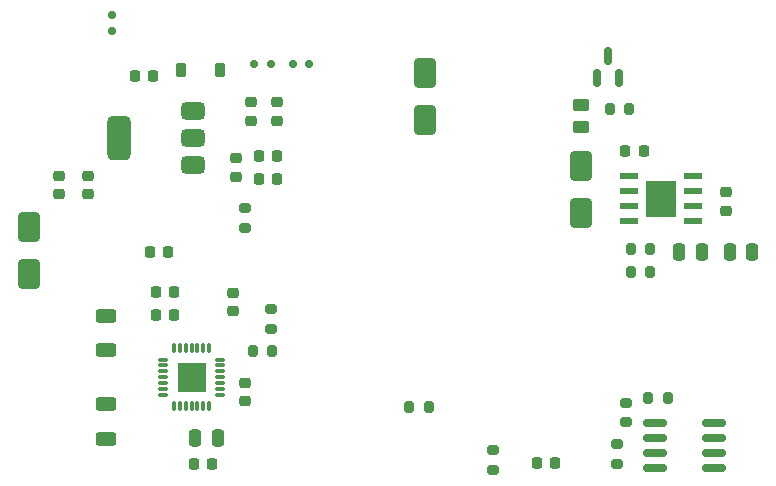
<source format=gbr>
%TF.GenerationSoftware,KiCad,Pcbnew,8.0.4*%
%TF.CreationDate,2025-07-27T19:27:03+02:00*%
%TF.ProjectId,GastroFocap,47617374-726f-4466-9f63-61702e6b6963,rev?*%
%TF.SameCoordinates,Original*%
%TF.FileFunction,Paste,Top*%
%TF.FilePolarity,Positive*%
%FSLAX46Y46*%
G04 Gerber Fmt 4.6, Leading zero omitted, Abs format (unit mm)*
G04 Created by KiCad (PCBNEW 8.0.4) date 2025-07-27 19:27:03*
%MOMM*%
%LPD*%
G01*
G04 APERTURE LIST*
G04 Aperture macros list*
%AMRoundRect*
0 Rectangle with rounded corners*
0 $1 Rounding radius*
0 $2 $3 $4 $5 $6 $7 $8 $9 X,Y pos of 4 corners*
0 Add a 4 corners polygon primitive as box body*
4,1,4,$2,$3,$4,$5,$6,$7,$8,$9,$2,$3,0*
0 Add four circle primitives for the rounded corners*
1,1,$1+$1,$2,$3*
1,1,$1+$1,$4,$5*
1,1,$1+$1,$6,$7*
1,1,$1+$1,$8,$9*
0 Add four rect primitives between the rounded corners*
20,1,$1+$1,$2,$3,$4,$5,0*
20,1,$1+$1,$4,$5,$6,$7,0*
20,1,$1+$1,$6,$7,$8,$9,0*
20,1,$1+$1,$8,$9,$2,$3,0*%
G04 Aperture macros list end*
%ADD10C,0.010000*%
%ADD11RoundRect,0.225000X-0.250000X0.225000X-0.250000X-0.225000X0.250000X-0.225000X0.250000X0.225000X0*%
%ADD12RoundRect,0.250000X0.250000X0.475000X-0.250000X0.475000X-0.250000X-0.475000X0.250000X-0.475000X0*%
%ADD13RoundRect,0.250000X-0.250000X-0.475000X0.250000X-0.475000X0.250000X0.475000X-0.250000X0.475000X0*%
%ADD14R,2.600000X3.100000*%
%ADD15R,1.550000X0.600000*%
%ADD16RoundRect,0.200000X0.200000X0.275000X-0.200000X0.275000X-0.200000X-0.275000X0.200000X-0.275000X0*%
%ADD17RoundRect,0.200000X-0.200000X-0.275000X0.200000X-0.275000X0.200000X0.275000X-0.200000X0.275000X0*%
%ADD18RoundRect,0.250000X-0.650000X1.000000X-0.650000X-1.000000X0.650000X-1.000000X0.650000X1.000000X0*%
%ADD19RoundRect,0.225000X0.225000X0.250000X-0.225000X0.250000X-0.225000X-0.250000X0.225000X-0.250000X0*%
%ADD20RoundRect,0.250000X0.450000X-0.262500X0.450000X0.262500X-0.450000X0.262500X-0.450000X-0.262500X0*%
%ADD21RoundRect,0.225000X0.225000X0.375000X-0.225000X0.375000X-0.225000X-0.375000X0.225000X-0.375000X0*%
%ADD22RoundRect,0.225000X-0.225000X-0.250000X0.225000X-0.250000X0.225000X0.250000X-0.225000X0.250000X0*%
%ADD23RoundRect,0.225000X0.250000X-0.225000X0.250000X0.225000X-0.250000X0.225000X-0.250000X-0.225000X0*%
%ADD24RoundRect,0.200000X-0.275000X0.200000X-0.275000X-0.200000X0.275000X-0.200000X0.275000X0.200000X0*%
%ADD25RoundRect,0.200000X0.275000X-0.200000X0.275000X0.200000X-0.275000X0.200000X-0.275000X-0.200000X0*%
%ADD26RoundRect,0.150000X0.825000X0.150000X-0.825000X0.150000X-0.825000X-0.150000X0.825000X-0.150000X0*%
%ADD27RoundRect,0.250000X0.650000X-1.000000X0.650000X1.000000X-0.650000X1.000000X-0.650000X-1.000000X0*%
%ADD28RoundRect,0.375000X0.625000X0.375000X-0.625000X0.375000X-0.625000X-0.375000X0.625000X-0.375000X0*%
%ADD29RoundRect,0.500000X0.500000X1.400000X-0.500000X1.400000X-0.500000X-1.400000X0.500000X-1.400000X0*%
%ADD30RoundRect,0.150000X-0.150000X-0.200000X0.150000X-0.200000X0.150000X0.200000X-0.150000X0.200000X0*%
%ADD31RoundRect,0.033750X0.371250X-0.101250X0.371250X0.101250X-0.371250X0.101250X-0.371250X-0.101250X0*%
%ADD32RoundRect,0.033750X0.101250X-0.371250X0.101250X0.371250X-0.101250X0.371250X-0.101250X-0.371250X0*%
%ADD33RoundRect,0.150000X0.150000X-0.587500X0.150000X0.587500X-0.150000X0.587500X-0.150000X-0.587500X0*%
%ADD34RoundRect,0.250000X-0.625000X0.312500X-0.625000X-0.312500X0.625000X-0.312500X0.625000X0.312500X0*%
%ADD35RoundRect,0.150000X-0.200000X0.150000X-0.200000X-0.150000X0.200000X-0.150000X0.200000X0.150000X0*%
G04 APERTURE END LIST*
D10*
%TO.C,U5*%
X76920000Y-77545000D02*
X74580000Y-77545000D01*
X74580000Y-75205000D01*
X76920000Y-75205000D01*
X76920000Y-77545000D01*
G36*
X76920000Y-77545000D02*
G01*
X74580000Y-77545000D01*
X74580000Y-75205000D01*
X76920000Y-75205000D01*
X76920000Y-77545000D01*
G37*
%TD*%
D11*
%TO.C,C11*%
X79250000Y-69225000D03*
X79250000Y-70775000D03*
%TD*%
D12*
%TO.C,C19*%
X77950000Y-81500000D03*
X76050000Y-81500000D03*
%TD*%
%TO.C,C9*%
X123200000Y-65750000D03*
X121300000Y-65750000D03*
%TD*%
D13*
%TO.C,C8*%
X117050000Y-65750000D03*
X118950000Y-65750000D03*
%TD*%
D14*
%TO.C,U4*%
X115500000Y-61250000D03*
D15*
X118200000Y-59345000D03*
X118200000Y-60615000D03*
X118200000Y-61885000D03*
X118200000Y-63155000D03*
X112800000Y-63155000D03*
X112800000Y-61885000D03*
X112800000Y-60615000D03*
X112800000Y-59345000D03*
%TD*%
D16*
%TO.C,R10*%
X114575000Y-67500000D03*
X112925000Y-67500000D03*
%TD*%
D17*
%TO.C,R11*%
X114575000Y-65500000D03*
X112925000Y-65500000D03*
%TD*%
D18*
%TO.C,D4*%
X108750000Y-58500000D03*
X108750000Y-62500000D03*
%TD*%
D11*
%TO.C,C6*%
X121000000Y-60725000D03*
X121000000Y-62275000D03*
%TD*%
D19*
%TO.C,C5*%
X114025000Y-57250000D03*
X112475000Y-57250000D03*
%TD*%
D20*
%TO.C,R4*%
X108750000Y-53337500D03*
X108750000Y-55162500D03*
%TD*%
D21*
%TO.C,D5*%
X78150000Y-50375000D03*
X74850000Y-50375000D03*
%TD*%
D11*
%TO.C,C17*%
X80250000Y-78425000D03*
X80250000Y-76875000D03*
%TD*%
D22*
%TO.C,C14*%
X74275000Y-69125000D03*
X72725000Y-69125000D03*
%TD*%
%TO.C,C13*%
X74275000Y-71125000D03*
X72725000Y-71125000D03*
%TD*%
D19*
%TO.C,C23*%
X81475000Y-59625000D03*
X83025000Y-59625000D03*
%TD*%
%TO.C,C22*%
X81475000Y-57625000D03*
X83025000Y-57625000D03*
%TD*%
D11*
%TO.C,C21*%
X83000000Y-54650000D03*
X83000000Y-53100000D03*
%TD*%
%TO.C,C20*%
X80750000Y-54650000D03*
X80750000Y-53100000D03*
%TD*%
D19*
%TO.C,C18*%
X72225000Y-65750000D03*
X73775000Y-65750000D03*
%TD*%
D22*
%TO.C,C10*%
X106525000Y-83625000D03*
X104975000Y-83625000D03*
%TD*%
D23*
%TO.C,C3*%
X79500000Y-57850000D03*
X79500000Y-59400000D03*
%TD*%
D11*
%TO.C,C2*%
X67000000Y-60900000D03*
X67000000Y-59350000D03*
%TD*%
%TO.C,C1*%
X64500000Y-60900000D03*
X64500000Y-59350000D03*
%TD*%
D19*
%TO.C,C16*%
X70975000Y-50875000D03*
X72525000Y-50875000D03*
%TD*%
D24*
%TO.C,R8*%
X111750000Y-83700000D03*
X111750000Y-82050000D03*
%TD*%
%TO.C,R7*%
X112500000Y-80200000D03*
X112500000Y-78550000D03*
%TD*%
D17*
%TO.C,R6*%
X116075000Y-78125000D03*
X114425000Y-78125000D03*
%TD*%
D25*
%TO.C,R12*%
X80250000Y-63700000D03*
X80250000Y-62050000D03*
%TD*%
D24*
%TO.C,R9*%
X101250000Y-84200000D03*
X101250000Y-82550000D03*
%TD*%
D17*
%TO.C,R3*%
X80925000Y-74125000D03*
X82575000Y-74125000D03*
%TD*%
D24*
%TO.C,R1*%
X82500000Y-72275000D03*
X82500000Y-70625000D03*
%TD*%
D16*
%TO.C,R5*%
X111175000Y-53625000D03*
X112825000Y-53625000D03*
%TD*%
D17*
%TO.C,R2*%
X95825000Y-78875000D03*
X94175000Y-78875000D03*
%TD*%
D26*
%TO.C,U3*%
X115025000Y-84030000D03*
X115025000Y-82760000D03*
X115025000Y-81490000D03*
X115025000Y-80220000D03*
X119975000Y-80220000D03*
X119975000Y-81490000D03*
X119975000Y-82760000D03*
X119975000Y-84030000D03*
%TD*%
D27*
%TO.C,D2*%
X95500000Y-50625000D03*
X95500000Y-54625000D03*
%TD*%
D28*
%TO.C,U6*%
X75900000Y-53825000D03*
D29*
X69600000Y-56125000D03*
D28*
X75900000Y-56125000D03*
X75900000Y-58425000D03*
%TD*%
D30*
%TO.C,D7*%
X84300000Y-49875000D03*
X85700000Y-49875000D03*
%TD*%
D31*
%TO.C,U5*%
X73300000Y-77875000D03*
X73300000Y-77375000D03*
X73300000Y-76875000D03*
X73300000Y-76375000D03*
X73300000Y-75875000D03*
X73300000Y-75375000D03*
X73300000Y-74875000D03*
D32*
X74250000Y-73925000D03*
X74750000Y-73925000D03*
X75250000Y-73925000D03*
X75750000Y-73925000D03*
X76250000Y-73925000D03*
X76750000Y-73925000D03*
X77250000Y-73925000D03*
D31*
X78200000Y-74875000D03*
X78200000Y-75375000D03*
X78200000Y-75875000D03*
X78200000Y-76375000D03*
X78200000Y-76875000D03*
X78200000Y-77375000D03*
X78200000Y-77875000D03*
D32*
X77250000Y-78825000D03*
X76750000Y-78825000D03*
X76250000Y-78825000D03*
X75750000Y-78825000D03*
X75250000Y-78825000D03*
X74750000Y-78825000D03*
X74250000Y-78825000D03*
%TD*%
D30*
%TO.C,D8*%
X81050000Y-49875000D03*
X82450000Y-49875000D03*
%TD*%
D33*
%TO.C,Q1*%
X111000000Y-49187500D03*
X111950000Y-51062500D03*
X110050000Y-51062500D03*
%TD*%
D27*
%TO.C,D1*%
X62000000Y-63625000D03*
X62000000Y-67625000D03*
%TD*%
D34*
%TO.C,R13*%
X68500000Y-74087500D03*
X68500000Y-71162500D03*
%TD*%
%TO.C,R14*%
X68500000Y-81587500D03*
X68500000Y-78662500D03*
%TD*%
D35*
%TO.C,D6*%
X69000000Y-45675000D03*
X69000000Y-47075000D03*
%TD*%
D22*
%TO.C,C12*%
X77525000Y-83750000D03*
X75975000Y-83750000D03*
%TD*%
M02*

</source>
